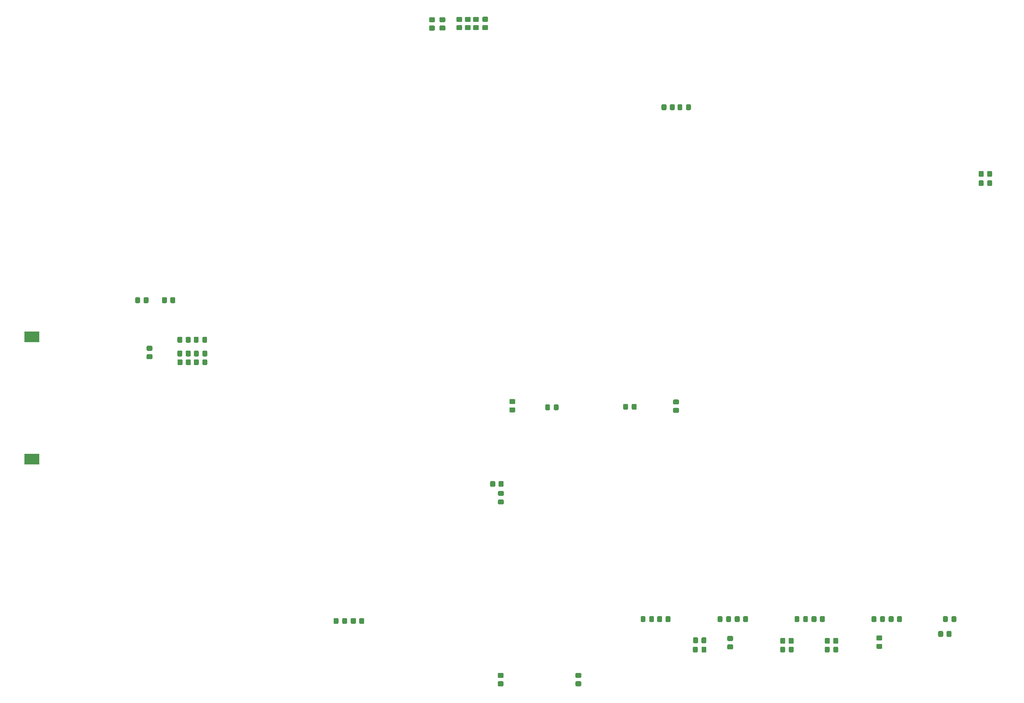
<source format=gtp>
G04 #@! TF.GenerationSoftware,KiCad,Pcbnew,(5.1.12)-1*
G04 #@! TF.CreationDate,2022-08-10T22:48:40-07:00*
G04 #@! TF.ProjectId,JBX16,4a425831-362e-46b6-9963-61645f706362,rev?*
G04 #@! TF.SameCoordinates,Original*
G04 #@! TF.FileFunction,Paste,Top*
G04 #@! TF.FilePolarity,Positive*
%FSLAX46Y46*%
G04 Gerber Fmt 4.6, Leading zero omitted, Abs format (unit mm)*
G04 Created by KiCad (PCBNEW (5.1.12)-1) date 2022-08-10 22:48:40*
%MOMM*%
%LPD*%
G01*
G04 APERTURE LIST*
%ADD10R,3.600000X2.600000*%
G04 APERTURE END LIST*
G36*
G01*
X176714999Y-204311200D02*
X177615001Y-204311200D01*
G75*
G02*
X177865000Y-204561199I0J-249999D01*
G01*
X177865000Y-205261201D01*
G75*
G02*
X177615001Y-205511200I-249999J0D01*
G01*
X176714999Y-205511200D01*
G75*
G02*
X176465000Y-205261201I0J249999D01*
G01*
X176465000Y-204561199D01*
G75*
G02*
X176714999Y-204311200I249999J0D01*
G01*
G37*
G36*
G01*
X176714999Y-202311200D02*
X177615001Y-202311200D01*
G75*
G02*
X177865000Y-202561199I0J-249999D01*
G01*
X177865000Y-203261201D01*
G75*
G02*
X177615001Y-203511200I-249999J0D01*
G01*
X176714999Y-203511200D01*
G75*
G02*
X176465000Y-203261201I0J249999D01*
G01*
X176465000Y-202561199D01*
G75*
G02*
X176714999Y-202311200I249999J0D01*
G01*
G37*
G36*
G01*
X159022201Y-203511200D02*
X158122199Y-203511200D01*
G75*
G02*
X157872200Y-203261201I0J249999D01*
G01*
X157872200Y-202561199D01*
G75*
G02*
X158122199Y-202311200I249999J0D01*
G01*
X159022201Y-202311200D01*
G75*
G02*
X159272200Y-202561199I0J-249999D01*
G01*
X159272200Y-203261201D01*
G75*
G02*
X159022201Y-203511200I-249999J0D01*
G01*
G37*
G36*
G01*
X159022201Y-205511200D02*
X158122199Y-205511200D01*
G75*
G02*
X157872200Y-205261201I0J249999D01*
G01*
X157872200Y-204561199D01*
G75*
G02*
X158122199Y-204311200I249999J0D01*
G01*
X159022201Y-204311200D01*
G75*
G02*
X159272200Y-204561199I0J-249999D01*
G01*
X159272200Y-205261201D01*
G75*
G02*
X159022201Y-205511200I-249999J0D01*
G01*
G37*
G36*
G01*
X237344000Y-194177499D02*
X237344000Y-195077501D01*
G75*
G02*
X237094001Y-195327500I-249999J0D01*
G01*
X236393999Y-195327500D01*
G75*
G02*
X236144000Y-195077501I0J249999D01*
G01*
X236144000Y-194177499D01*
G75*
G02*
X236393999Y-193927500I249999J0D01*
G01*
X237094001Y-193927500D01*
G75*
G02*
X237344000Y-194177499I0J-249999D01*
G01*
G37*
G36*
G01*
X239344000Y-194177499D02*
X239344000Y-195077501D01*
G75*
G02*
X239094001Y-195327500I-249999J0D01*
G01*
X238393999Y-195327500D01*
G75*
G02*
X238144000Y-195077501I0J249999D01*
G01*
X238144000Y-194177499D01*
G75*
G02*
X238393999Y-193927500I249999J0D01*
G01*
X239094001Y-193927500D01*
G75*
G02*
X239344000Y-194177499I0J-249999D01*
G01*
G37*
G36*
G01*
X249624001Y-194545000D02*
X248723999Y-194545000D01*
G75*
G02*
X248474000Y-194295001I0J249999D01*
G01*
X248474000Y-193594999D01*
G75*
G02*
X248723999Y-193345000I249999J0D01*
G01*
X249624001Y-193345000D01*
G75*
G02*
X249874000Y-193594999I0J-249999D01*
G01*
X249874000Y-194295001D01*
G75*
G02*
X249624001Y-194545000I-249999J0D01*
G01*
G37*
G36*
G01*
X249624001Y-196545000D02*
X248723999Y-196545000D01*
G75*
G02*
X248474000Y-196295001I0J249999D01*
G01*
X248474000Y-195594999D01*
G75*
G02*
X248723999Y-195345000I249999J0D01*
G01*
X249624001Y-195345000D01*
G75*
G02*
X249874000Y-195594999I0J-249999D01*
G01*
X249874000Y-196295001D01*
G75*
G02*
X249624001Y-196545000I-249999J0D01*
G01*
G37*
G36*
G01*
X237277600Y-196272999D02*
X237277600Y-197173001D01*
G75*
G02*
X237027601Y-197423000I-249999J0D01*
G01*
X236377599Y-197423000D01*
G75*
G02*
X236127600Y-197173001I0J249999D01*
G01*
X236127600Y-196272999D01*
G75*
G02*
X236377599Y-196023000I249999J0D01*
G01*
X237027601Y-196023000D01*
G75*
G02*
X237277600Y-196272999I0J-249999D01*
G01*
G37*
G36*
G01*
X239327600Y-196272999D02*
X239327600Y-197173001D01*
G75*
G02*
X239077601Y-197423000I-249999J0D01*
G01*
X238427599Y-197423000D01*
G75*
G02*
X238177600Y-197173001I0J249999D01*
G01*
X238177600Y-196272999D01*
G75*
G02*
X238427599Y-196023000I249999J0D01*
G01*
X239077601Y-196023000D01*
G75*
G02*
X239327600Y-196272999I0J-249999D01*
G01*
G37*
G36*
G01*
X202042500Y-66351999D02*
X202042500Y-67252001D01*
G75*
G02*
X201792501Y-67502000I-249999J0D01*
G01*
X201142499Y-67502000D01*
G75*
G02*
X200892500Y-67252001I0J249999D01*
G01*
X200892500Y-66351999D01*
G75*
G02*
X201142499Y-66102000I249999J0D01*
G01*
X201792501Y-66102000D01*
G75*
G02*
X202042500Y-66351999I0J-249999D01*
G01*
G37*
G36*
G01*
X204092500Y-66351999D02*
X204092500Y-67252001D01*
G75*
G02*
X203842501Y-67502000I-249999J0D01*
G01*
X203192499Y-67502000D01*
G75*
G02*
X202942500Y-67252001I0J249999D01*
G01*
X202942500Y-66351999D01*
G75*
G02*
X203192499Y-66102000I249999J0D01*
G01*
X203842501Y-66102000D01*
G75*
G02*
X204092500Y-66351999I0J-249999D01*
G01*
G37*
G36*
G01*
X152203999Y-47152000D02*
X153104001Y-47152000D01*
G75*
G02*
X153354000Y-47401999I0J-249999D01*
G01*
X153354000Y-48102001D01*
G75*
G02*
X153104001Y-48352000I-249999J0D01*
G01*
X152203999Y-48352000D01*
G75*
G02*
X151954000Y-48102001I0J249999D01*
G01*
X151954000Y-47401999D01*
G75*
G02*
X152203999Y-47152000I249999J0D01*
G01*
G37*
G36*
G01*
X152203999Y-45152000D02*
X153104001Y-45152000D01*
G75*
G02*
X153354000Y-45401999I0J-249999D01*
G01*
X153354000Y-46102001D01*
G75*
G02*
X153104001Y-46352000I-249999J0D01*
G01*
X152203999Y-46352000D01*
G75*
G02*
X151954000Y-46102001I0J249999D01*
G01*
X151954000Y-45401999D01*
G75*
G02*
X152203999Y-45152000I249999J0D01*
G01*
G37*
G36*
G01*
X150248199Y-47145400D02*
X151148201Y-47145400D01*
G75*
G02*
X151398200Y-47395399I0J-249999D01*
G01*
X151398200Y-48095401D01*
G75*
G02*
X151148201Y-48345400I-249999J0D01*
G01*
X150248199Y-48345400D01*
G75*
G02*
X149998200Y-48095401I0J249999D01*
G01*
X149998200Y-47395399D01*
G75*
G02*
X150248199Y-47145400I249999J0D01*
G01*
G37*
G36*
G01*
X150248199Y-45145400D02*
X151148201Y-45145400D01*
G75*
G02*
X151398200Y-45395399I0J-249999D01*
G01*
X151398200Y-46095401D01*
G75*
G02*
X151148201Y-46345400I-249999J0D01*
G01*
X150248199Y-46345400D01*
G75*
G02*
X149998200Y-46095401I0J249999D01*
G01*
X149998200Y-45395399D01*
G75*
G02*
X150248199Y-45145400I249999J0D01*
G01*
G37*
G36*
G01*
X155313801Y-46336000D02*
X154413799Y-46336000D01*
G75*
G02*
X154163800Y-46086001I0J249999D01*
G01*
X154163800Y-45385999D01*
G75*
G02*
X154413799Y-45136000I249999J0D01*
G01*
X155313801Y-45136000D01*
G75*
G02*
X155563800Y-45385999I0J-249999D01*
G01*
X155563800Y-46086001D01*
G75*
G02*
X155313801Y-46336000I-249999J0D01*
G01*
G37*
G36*
G01*
X155313801Y-48336000D02*
X154413799Y-48336000D01*
G75*
G02*
X154163800Y-48086001I0J249999D01*
G01*
X154163800Y-47385999D01*
G75*
G02*
X154413799Y-47136000I249999J0D01*
G01*
X155313801Y-47136000D01*
G75*
G02*
X155563800Y-47385999I0J-249999D01*
G01*
X155563800Y-48086001D01*
G75*
G02*
X155313801Y-48336000I-249999J0D01*
G01*
G37*
G36*
G01*
X148216199Y-47145400D02*
X149116201Y-47145400D01*
G75*
G02*
X149366200Y-47395399I0J-249999D01*
G01*
X149366200Y-48095401D01*
G75*
G02*
X149116201Y-48345400I-249999J0D01*
G01*
X148216199Y-48345400D01*
G75*
G02*
X147966200Y-48095401I0J249999D01*
G01*
X147966200Y-47395399D01*
G75*
G02*
X148216199Y-47145400I249999J0D01*
G01*
G37*
G36*
G01*
X148216199Y-45145400D02*
X149116201Y-45145400D01*
G75*
G02*
X149366200Y-45395399I0J-249999D01*
G01*
X149366200Y-46095401D01*
G75*
G02*
X149116201Y-46345400I-249999J0D01*
G01*
X148216199Y-46345400D01*
G75*
G02*
X147966200Y-46095401I0J249999D01*
G01*
X147966200Y-45395399D01*
G75*
G02*
X148216199Y-45145400I249999J0D01*
G01*
G37*
G36*
G01*
X144177599Y-47237600D02*
X145077601Y-47237600D01*
G75*
G02*
X145327600Y-47487599I0J-249999D01*
G01*
X145327600Y-48187601D01*
G75*
G02*
X145077601Y-48437600I-249999J0D01*
G01*
X144177599Y-48437600D01*
G75*
G02*
X143927600Y-48187601I0J249999D01*
G01*
X143927600Y-47487599D01*
G75*
G02*
X144177599Y-47237600I249999J0D01*
G01*
G37*
G36*
G01*
X144177599Y-45237600D02*
X145077601Y-45237600D01*
G75*
G02*
X145327600Y-45487599I0J-249999D01*
G01*
X145327600Y-46187601D01*
G75*
G02*
X145077601Y-46437600I-249999J0D01*
G01*
X144177599Y-46437600D01*
G75*
G02*
X143927600Y-46187601I0J249999D01*
G01*
X143927600Y-45487599D01*
G75*
G02*
X144177599Y-45237600I249999J0D01*
G01*
G37*
G36*
G01*
X141688399Y-47247000D02*
X142588401Y-47247000D01*
G75*
G02*
X142838400Y-47496999I0J-249999D01*
G01*
X142838400Y-48197001D01*
G75*
G02*
X142588401Y-48447000I-249999J0D01*
G01*
X141688399Y-48447000D01*
G75*
G02*
X141438400Y-48197001I0J249999D01*
G01*
X141438400Y-47496999D01*
G75*
G02*
X141688399Y-47247000I249999J0D01*
G01*
G37*
G36*
G01*
X141688399Y-45247000D02*
X142588401Y-45247000D01*
G75*
G02*
X142838400Y-45496999I0J-249999D01*
G01*
X142838400Y-46197001D01*
G75*
G02*
X142588401Y-46447000I-249999J0D01*
G01*
X141688399Y-46447000D01*
G75*
G02*
X141438400Y-46197001I0J249999D01*
G01*
X141438400Y-45496999D01*
G75*
G02*
X141688399Y-45247000I249999J0D01*
G01*
G37*
G36*
G01*
X199044000Y-67252001D02*
X199044000Y-66351999D01*
G75*
G02*
X199293999Y-66102000I249999J0D01*
G01*
X199994001Y-66102000D01*
G75*
G02*
X200244000Y-66351999I0J-249999D01*
G01*
X200244000Y-67252001D01*
G75*
G02*
X199994001Y-67502000I-249999J0D01*
G01*
X199293999Y-67502000D01*
G75*
G02*
X199044000Y-67252001I0J249999D01*
G01*
G37*
G36*
G01*
X197044000Y-67252001D02*
X197044000Y-66351999D01*
G75*
G02*
X197293999Y-66102000I249999J0D01*
G01*
X197994001Y-66102000D01*
G75*
G02*
X198244000Y-66351999I0J-249999D01*
G01*
X198244000Y-67252001D01*
G75*
G02*
X197994001Y-67502000I-249999J0D01*
G01*
X197293999Y-67502000D01*
G75*
G02*
X197044000Y-67252001I0J249999D01*
G01*
G37*
G36*
G01*
X78711600Y-112579999D02*
X78711600Y-113480001D01*
G75*
G02*
X78461601Y-113730000I-249999J0D01*
G01*
X77761599Y-113730000D01*
G75*
G02*
X77511600Y-113480001I0J249999D01*
G01*
X77511600Y-112579999D01*
G75*
G02*
X77761599Y-112330000I249999J0D01*
G01*
X78461601Y-112330000D01*
G75*
G02*
X78711600Y-112579999I0J-249999D01*
G01*
G37*
G36*
G01*
X80711600Y-112579999D02*
X80711600Y-113480001D01*
G75*
G02*
X80461601Y-113730000I-249999J0D01*
G01*
X79761599Y-113730000D01*
G75*
G02*
X79511600Y-113480001I0J249999D01*
G01*
X79511600Y-112579999D01*
G75*
G02*
X79761599Y-112330000I249999J0D01*
G01*
X80461601Y-112330000D01*
G75*
G02*
X80711600Y-112579999I0J-249999D01*
G01*
G37*
G36*
G01*
X82407300Y-122054199D02*
X82407300Y-122954201D01*
G75*
G02*
X82157301Y-123204200I-249999J0D01*
G01*
X81457299Y-123204200D01*
G75*
G02*
X81207300Y-122954201I0J249999D01*
G01*
X81207300Y-122054199D01*
G75*
G02*
X81457299Y-121804200I249999J0D01*
G01*
X82157301Y-121804200D01*
G75*
G02*
X82407300Y-122054199I0J-249999D01*
G01*
G37*
G36*
G01*
X84407300Y-122054199D02*
X84407300Y-122954201D01*
G75*
G02*
X84157301Y-123204200I-249999J0D01*
G01*
X83457299Y-123204200D01*
G75*
G02*
X83207300Y-122954201I0J249999D01*
G01*
X83207300Y-122054199D01*
G75*
G02*
X83457299Y-121804200I249999J0D01*
G01*
X84157301Y-121804200D01*
G75*
G02*
X84407300Y-122054199I0J-249999D01*
G01*
G37*
G36*
G01*
X72310800Y-112579999D02*
X72310800Y-113480001D01*
G75*
G02*
X72060801Y-113730000I-249999J0D01*
G01*
X71360799Y-113730000D01*
G75*
G02*
X71110800Y-113480001I0J249999D01*
G01*
X71110800Y-112579999D01*
G75*
G02*
X71360799Y-112330000I249999J0D01*
G01*
X72060801Y-112330000D01*
G75*
G02*
X72310800Y-112579999I0J-249999D01*
G01*
G37*
G36*
G01*
X74310800Y-112579999D02*
X74310800Y-113480001D01*
G75*
G02*
X74060801Y-113730000I-249999J0D01*
G01*
X73360799Y-113730000D01*
G75*
G02*
X73110800Y-113480001I0J249999D01*
G01*
X73110800Y-112579999D01*
G75*
G02*
X73360799Y-112330000I249999J0D01*
G01*
X74060801Y-112330000D01*
G75*
G02*
X74310800Y-112579999I0J-249999D01*
G01*
G37*
G36*
G01*
X82400700Y-125356199D02*
X82400700Y-126256201D01*
G75*
G02*
X82150701Y-126506200I-249999J0D01*
G01*
X81450699Y-126506200D01*
G75*
G02*
X81200700Y-126256201I0J249999D01*
G01*
X81200700Y-125356199D01*
G75*
G02*
X81450699Y-125106200I249999J0D01*
G01*
X82150701Y-125106200D01*
G75*
G02*
X82400700Y-125356199I0J-249999D01*
G01*
G37*
G36*
G01*
X84400700Y-125356199D02*
X84400700Y-126256201D01*
G75*
G02*
X84150701Y-126506200I-249999J0D01*
G01*
X83450699Y-126506200D01*
G75*
G02*
X83200700Y-126256201I0J249999D01*
G01*
X83200700Y-125356199D01*
G75*
G02*
X83450699Y-125106200I249999J0D01*
G01*
X84150701Y-125106200D01*
G75*
G02*
X84400700Y-125356199I0J-249999D01*
G01*
G37*
G36*
G01*
X74098999Y-125961600D02*
X74999001Y-125961600D01*
G75*
G02*
X75249000Y-126211599I0J-249999D01*
G01*
X75249000Y-126911601D01*
G75*
G02*
X74999001Y-127161600I-249999J0D01*
G01*
X74098999Y-127161600D01*
G75*
G02*
X73849000Y-126911601I0J249999D01*
G01*
X73849000Y-126211599D01*
G75*
G02*
X74098999Y-125961600I249999J0D01*
G01*
G37*
G36*
G01*
X74098999Y-123961600D02*
X74999001Y-123961600D01*
G75*
G02*
X75249000Y-124211599I0J-249999D01*
G01*
X75249000Y-124911601D01*
G75*
G02*
X74999001Y-125161600I-249999J0D01*
G01*
X74098999Y-125161600D01*
G75*
G02*
X73849000Y-124911601I0J249999D01*
G01*
X73849000Y-124211599D01*
G75*
G02*
X74098999Y-123961600I249999J0D01*
G01*
G37*
G36*
G01*
X82432700Y-127438999D02*
X82432700Y-128339001D01*
G75*
G02*
X82182701Y-128589000I-249999J0D01*
G01*
X81482699Y-128589000D01*
G75*
G02*
X81232700Y-128339001I0J249999D01*
G01*
X81232700Y-127438999D01*
G75*
G02*
X81482699Y-127189000I249999J0D01*
G01*
X82182701Y-127189000D01*
G75*
G02*
X82432700Y-127438999I0J-249999D01*
G01*
G37*
G36*
G01*
X84432700Y-127438999D02*
X84432700Y-128339001D01*
G75*
G02*
X84182701Y-128589000I-249999J0D01*
G01*
X83482699Y-128589000D01*
G75*
G02*
X83232700Y-128339001I0J249999D01*
G01*
X83232700Y-127438999D01*
G75*
G02*
X83482699Y-127189000I249999J0D01*
G01*
X84182701Y-127189000D01*
G75*
G02*
X84432700Y-127438999I0J-249999D01*
G01*
G37*
G36*
G01*
X86287300Y-122054199D02*
X86287300Y-122954201D01*
G75*
G02*
X86037301Y-123204200I-249999J0D01*
G01*
X85387299Y-123204200D01*
G75*
G02*
X85137300Y-122954201I0J249999D01*
G01*
X85137300Y-122054199D01*
G75*
G02*
X85387299Y-121804200I249999J0D01*
G01*
X86037301Y-121804200D01*
G75*
G02*
X86287300Y-122054199I0J-249999D01*
G01*
G37*
G36*
G01*
X88337300Y-122054199D02*
X88337300Y-122954201D01*
G75*
G02*
X88087301Y-123204200I-249999J0D01*
G01*
X87437299Y-123204200D01*
G75*
G02*
X87187300Y-122954201I0J249999D01*
G01*
X87187300Y-122054199D01*
G75*
G02*
X87437299Y-121804200I249999J0D01*
G01*
X88087301Y-121804200D01*
G75*
G02*
X88337300Y-122054199I0J-249999D01*
G01*
G37*
G36*
G01*
X86312700Y-125356199D02*
X86312700Y-126256201D01*
G75*
G02*
X86062701Y-126506200I-249999J0D01*
G01*
X85412699Y-126506200D01*
G75*
G02*
X85162700Y-126256201I0J249999D01*
G01*
X85162700Y-125356199D01*
G75*
G02*
X85412699Y-125106200I249999J0D01*
G01*
X86062701Y-125106200D01*
G75*
G02*
X86312700Y-125356199I0J-249999D01*
G01*
G37*
G36*
G01*
X88362700Y-125356199D02*
X88362700Y-126256201D01*
G75*
G02*
X88112701Y-126506200I-249999J0D01*
G01*
X87462699Y-126506200D01*
G75*
G02*
X87212700Y-126256201I0J249999D01*
G01*
X87212700Y-125356199D01*
G75*
G02*
X87462699Y-125106200I249999J0D01*
G01*
X88112701Y-125106200D01*
G75*
G02*
X88362700Y-125356199I0J-249999D01*
G01*
G37*
G36*
G01*
X86312700Y-127438999D02*
X86312700Y-128339001D01*
G75*
G02*
X86062701Y-128589000I-249999J0D01*
G01*
X85412699Y-128589000D01*
G75*
G02*
X85162700Y-128339001I0J249999D01*
G01*
X85162700Y-127438999D01*
G75*
G02*
X85412699Y-127189000I249999J0D01*
G01*
X86062701Y-127189000D01*
G75*
G02*
X86312700Y-127438999I0J-249999D01*
G01*
G37*
G36*
G01*
X88362700Y-127438999D02*
X88362700Y-128339001D01*
G75*
G02*
X88112701Y-128589000I-249999J0D01*
G01*
X87462699Y-128589000D01*
G75*
G02*
X87212700Y-128339001I0J249999D01*
G01*
X87212700Y-127438999D01*
G75*
G02*
X87462699Y-127189000I249999J0D01*
G01*
X88112701Y-127189000D01*
G75*
G02*
X88362700Y-127438999I0J-249999D01*
G01*
G37*
D10*
X46405800Y-151098800D03*
X46405800Y-121798800D03*
G36*
G01*
X213036999Y-195472000D02*
X213937001Y-195472000D01*
G75*
G02*
X214187000Y-195721999I0J-249999D01*
G01*
X214187000Y-196422001D01*
G75*
G02*
X213937001Y-196672000I-249999J0D01*
G01*
X213036999Y-196672000D01*
G75*
G02*
X212787000Y-196422001I0J249999D01*
G01*
X212787000Y-195721999D01*
G75*
G02*
X213036999Y-195472000I249999J0D01*
G01*
G37*
G36*
G01*
X213036999Y-193472000D02*
X213937001Y-193472000D01*
G75*
G02*
X214187000Y-193721999I0J-249999D01*
G01*
X214187000Y-194422001D01*
G75*
G02*
X213937001Y-194672000I-249999J0D01*
G01*
X213036999Y-194672000D01*
G75*
G02*
X212787000Y-194422001I0J249999D01*
G01*
X212787000Y-193721999D01*
G75*
G02*
X213036999Y-193472000I249999J0D01*
G01*
G37*
G36*
G01*
X226676000Y-194177499D02*
X226676000Y-195077501D01*
G75*
G02*
X226426001Y-195327500I-249999J0D01*
G01*
X225725999Y-195327500D01*
G75*
G02*
X225476000Y-195077501I0J249999D01*
G01*
X225476000Y-194177499D01*
G75*
G02*
X225725999Y-193927500I249999J0D01*
G01*
X226426001Y-193927500D01*
G75*
G02*
X226676000Y-194177499I0J-249999D01*
G01*
G37*
G36*
G01*
X228676000Y-194177499D02*
X228676000Y-195077501D01*
G75*
G02*
X228426001Y-195327500I-249999J0D01*
G01*
X227725999Y-195327500D01*
G75*
G02*
X227476000Y-195077501I0J249999D01*
G01*
X227476000Y-194177499D01*
G75*
G02*
X227725999Y-193927500I249999J0D01*
G01*
X228426001Y-193927500D01*
G75*
G02*
X228676000Y-194177499I0J-249999D01*
G01*
G37*
G36*
G01*
X226626000Y-196272999D02*
X226626000Y-197173001D01*
G75*
G02*
X226376001Y-197423000I-249999J0D01*
G01*
X225725999Y-197423000D01*
G75*
G02*
X225476000Y-197173001I0J249999D01*
G01*
X225476000Y-196272999D01*
G75*
G02*
X225725999Y-196023000I249999J0D01*
G01*
X226376001Y-196023000D01*
G75*
G02*
X226626000Y-196272999I0J-249999D01*
G01*
G37*
G36*
G01*
X228676000Y-196272999D02*
X228676000Y-197173001D01*
G75*
G02*
X228426001Y-197423000I-249999J0D01*
G01*
X227775999Y-197423000D01*
G75*
G02*
X227526000Y-197173001I0J249999D01*
G01*
X227526000Y-196272999D01*
G75*
G02*
X227775999Y-196023000I249999J0D01*
G01*
X228426001Y-196023000D01*
G75*
G02*
X228676000Y-196272999I0J-249999D01*
G01*
G37*
G36*
G01*
X205800500Y-194050499D02*
X205800500Y-194950501D01*
G75*
G02*
X205550501Y-195200500I-249999J0D01*
G01*
X204850499Y-195200500D01*
G75*
G02*
X204600500Y-194950501I0J249999D01*
G01*
X204600500Y-194050499D01*
G75*
G02*
X204850499Y-193800500I249999J0D01*
G01*
X205550501Y-193800500D01*
G75*
G02*
X205800500Y-194050499I0J-249999D01*
G01*
G37*
G36*
G01*
X207800500Y-194050499D02*
X207800500Y-194950501D01*
G75*
G02*
X207550501Y-195200500I-249999J0D01*
G01*
X206850499Y-195200500D01*
G75*
G02*
X206600500Y-194950501I0J249999D01*
G01*
X206600500Y-194050499D01*
G75*
G02*
X206850499Y-193800500I249999J0D01*
G01*
X207550501Y-193800500D01*
G75*
G02*
X207800500Y-194050499I0J-249999D01*
G01*
G37*
G36*
G01*
X274958000Y-83228601D02*
X274958000Y-82328599D01*
G75*
G02*
X275207999Y-82078600I249999J0D01*
G01*
X275908001Y-82078600D01*
G75*
G02*
X276158000Y-82328599I0J-249999D01*
G01*
X276158000Y-83228601D01*
G75*
G02*
X275908001Y-83478600I-249999J0D01*
G01*
X275207999Y-83478600D01*
G75*
G02*
X274958000Y-83228601I0J249999D01*
G01*
G37*
G36*
G01*
X272958000Y-83228601D02*
X272958000Y-82328599D01*
G75*
G02*
X273207999Y-82078600I249999J0D01*
G01*
X273908001Y-82078600D01*
G75*
G02*
X274158000Y-82328599I0J-249999D01*
G01*
X274158000Y-83228601D01*
G75*
G02*
X273908001Y-83478600I-249999J0D01*
G01*
X273207999Y-83478600D01*
G75*
G02*
X272958000Y-83228601I0J249999D01*
G01*
G37*
G36*
G01*
X123917000Y-189414999D02*
X123917000Y-190315001D01*
G75*
G02*
X123667001Y-190565000I-249999J0D01*
G01*
X122966999Y-190565000D01*
G75*
G02*
X122717000Y-190315001I0J249999D01*
G01*
X122717000Y-189414999D01*
G75*
G02*
X122966999Y-189165000I249999J0D01*
G01*
X123667001Y-189165000D01*
G75*
G02*
X123917000Y-189414999I0J-249999D01*
G01*
G37*
G36*
G01*
X125917000Y-189414999D02*
X125917000Y-190315001D01*
G75*
G02*
X125667001Y-190565000I-249999J0D01*
G01*
X124966999Y-190565000D01*
G75*
G02*
X124717000Y-190315001I0J249999D01*
G01*
X124717000Y-189414999D01*
G75*
G02*
X124966999Y-189165000I249999J0D01*
G01*
X125667001Y-189165000D01*
G75*
G02*
X125917000Y-189414999I0J-249999D01*
G01*
G37*
G36*
G01*
X161803501Y-137903000D02*
X160903499Y-137903000D01*
G75*
G02*
X160653500Y-137653001I0J249999D01*
G01*
X160653500Y-136952999D01*
G75*
G02*
X160903499Y-136703000I249999J0D01*
G01*
X161803501Y-136703000D01*
G75*
G02*
X162053500Y-136952999I0J-249999D01*
G01*
X162053500Y-137653001D01*
G75*
G02*
X161803501Y-137903000I-249999J0D01*
G01*
G37*
G36*
G01*
X161803501Y-139903000D02*
X160903499Y-139903000D01*
G75*
G02*
X160653500Y-139653001I0J249999D01*
G01*
X160653500Y-138952999D01*
G75*
G02*
X160903499Y-138703000I249999J0D01*
G01*
X161803501Y-138703000D01*
G75*
G02*
X162053500Y-138952999I0J-249999D01*
G01*
X162053500Y-139653001D01*
G75*
G02*
X161803501Y-139903000I-249999J0D01*
G01*
G37*
G36*
G01*
X200983001Y-138014000D02*
X200082999Y-138014000D01*
G75*
G02*
X199833000Y-137764001I0J249999D01*
G01*
X199833000Y-137063999D01*
G75*
G02*
X200082999Y-136814000I249999J0D01*
G01*
X200983001Y-136814000D01*
G75*
G02*
X201233000Y-137063999I0J-249999D01*
G01*
X201233000Y-137764001D01*
G75*
G02*
X200983001Y-138014000I-249999J0D01*
G01*
G37*
G36*
G01*
X200983001Y-140014000D02*
X200082999Y-140014000D01*
G75*
G02*
X199833000Y-139764001I0J249999D01*
G01*
X199833000Y-139063999D01*
G75*
G02*
X200082999Y-138814000I249999J0D01*
G01*
X200983001Y-138814000D01*
G75*
G02*
X201233000Y-139063999I0J-249999D01*
G01*
X201233000Y-139764001D01*
G75*
G02*
X200983001Y-140014000I-249999J0D01*
G01*
G37*
G36*
G01*
X265258500Y-193426501D02*
X265258500Y-192526499D01*
G75*
G02*
X265508499Y-192276500I249999J0D01*
G01*
X266208501Y-192276500D01*
G75*
G02*
X266458500Y-192526499I0J-249999D01*
G01*
X266458500Y-193426501D01*
G75*
G02*
X266208501Y-193676500I-249999J0D01*
G01*
X265508499Y-193676500D01*
G75*
G02*
X265258500Y-193426501I0J249999D01*
G01*
G37*
G36*
G01*
X263258500Y-193426501D02*
X263258500Y-192526499D01*
G75*
G02*
X263508499Y-192276500I249999J0D01*
G01*
X264208501Y-192276500D01*
G75*
G02*
X264458500Y-192526499I0J-249999D01*
G01*
X264458500Y-193426501D01*
G75*
G02*
X264208501Y-193676500I-249999J0D01*
G01*
X263508499Y-193676500D01*
G75*
G02*
X263258500Y-193426501I0J249999D01*
G01*
G37*
G36*
G01*
X252600000Y-188970499D02*
X252600000Y-189870501D01*
G75*
G02*
X252350001Y-190120500I-249999J0D01*
G01*
X251649999Y-190120500D01*
G75*
G02*
X251400000Y-189870501I0J249999D01*
G01*
X251400000Y-188970499D01*
G75*
G02*
X251649999Y-188720500I249999J0D01*
G01*
X252350001Y-188720500D01*
G75*
G02*
X252600000Y-188970499I0J-249999D01*
G01*
G37*
G36*
G01*
X254600000Y-188970499D02*
X254600000Y-189870501D01*
G75*
G02*
X254350001Y-190120500I-249999J0D01*
G01*
X253649999Y-190120500D01*
G75*
G02*
X253400000Y-189870501I0J249999D01*
G01*
X253400000Y-188970499D01*
G75*
G02*
X253649999Y-188720500I249999J0D01*
G01*
X254350001Y-188720500D01*
G75*
G02*
X254600000Y-188970499I0J-249999D01*
G01*
G37*
G36*
G01*
X234153000Y-188970499D02*
X234153000Y-189870501D01*
G75*
G02*
X233903001Y-190120500I-249999J0D01*
G01*
X233202999Y-190120500D01*
G75*
G02*
X232953000Y-189870501I0J249999D01*
G01*
X232953000Y-188970499D01*
G75*
G02*
X233202999Y-188720500I249999J0D01*
G01*
X233903001Y-188720500D01*
G75*
G02*
X234153000Y-188970499I0J-249999D01*
G01*
G37*
G36*
G01*
X236153000Y-188970499D02*
X236153000Y-189870501D01*
G75*
G02*
X235903001Y-190120500I-249999J0D01*
G01*
X235202999Y-190120500D01*
G75*
G02*
X234953000Y-189870501I0J249999D01*
G01*
X234953000Y-188970499D01*
G75*
G02*
X235202999Y-188720500I249999J0D01*
G01*
X235903001Y-188720500D01*
G75*
G02*
X236153000Y-188970499I0J-249999D01*
G01*
G37*
G36*
G01*
X215770000Y-188970499D02*
X215770000Y-189870501D01*
G75*
G02*
X215520001Y-190120500I-249999J0D01*
G01*
X214819999Y-190120500D01*
G75*
G02*
X214570000Y-189870501I0J249999D01*
G01*
X214570000Y-188970499D01*
G75*
G02*
X214819999Y-188720500I249999J0D01*
G01*
X215520001Y-188720500D01*
G75*
G02*
X215770000Y-188970499I0J-249999D01*
G01*
G37*
G36*
G01*
X217770000Y-188970499D02*
X217770000Y-189870501D01*
G75*
G02*
X217520001Y-190120500I-249999J0D01*
G01*
X216819999Y-190120500D01*
G75*
G02*
X216570000Y-189870501I0J249999D01*
G01*
X216570000Y-188970499D01*
G75*
G02*
X216819999Y-188720500I249999J0D01*
G01*
X217520001Y-188720500D01*
G75*
G02*
X217770000Y-188970499I0J-249999D01*
G01*
G37*
G36*
G01*
X197212000Y-188970499D02*
X197212000Y-189870501D01*
G75*
G02*
X196962001Y-190120500I-249999J0D01*
G01*
X196261999Y-190120500D01*
G75*
G02*
X196012000Y-189870501I0J249999D01*
G01*
X196012000Y-188970499D01*
G75*
G02*
X196261999Y-188720500I249999J0D01*
G01*
X196962001Y-188720500D01*
G75*
G02*
X197212000Y-188970499I0J-249999D01*
G01*
G37*
G36*
G01*
X199212000Y-188970499D02*
X199212000Y-189870501D01*
G75*
G02*
X198962001Y-190120500I-249999J0D01*
G01*
X198261999Y-190120500D01*
G75*
G02*
X198012000Y-189870501I0J249999D01*
G01*
X198012000Y-188970499D01*
G75*
G02*
X198261999Y-188720500I249999J0D01*
G01*
X198962001Y-188720500D01*
G75*
G02*
X199212000Y-188970499I0J-249999D01*
G01*
G37*
G36*
G01*
X158070500Y-157485501D02*
X158070500Y-156585499D01*
G75*
G02*
X158320499Y-156335500I249999J0D01*
G01*
X159020501Y-156335500D01*
G75*
G02*
X159270500Y-156585499I0J-249999D01*
G01*
X159270500Y-157485501D01*
G75*
G02*
X159020501Y-157735500I-249999J0D01*
G01*
X158320499Y-157735500D01*
G75*
G02*
X158070500Y-157485501I0J249999D01*
G01*
G37*
G36*
G01*
X156070500Y-157485501D02*
X156070500Y-156585499D01*
G75*
G02*
X156320499Y-156335500I249999J0D01*
G01*
X157020501Y-156335500D01*
G75*
G02*
X157270500Y-156585499I0J-249999D01*
G01*
X157270500Y-157485501D01*
G75*
G02*
X157020501Y-157735500I-249999J0D01*
G01*
X156320499Y-157735500D01*
G75*
G02*
X156070500Y-157485501I0J249999D01*
G01*
G37*
G36*
G01*
X205725500Y-196272999D02*
X205725500Y-197173001D01*
G75*
G02*
X205475501Y-197423000I-249999J0D01*
G01*
X204825499Y-197423000D01*
G75*
G02*
X204575500Y-197173001I0J249999D01*
G01*
X204575500Y-196272999D01*
G75*
G02*
X204825499Y-196023000I249999J0D01*
G01*
X205475501Y-196023000D01*
G75*
G02*
X205725500Y-196272999I0J-249999D01*
G01*
G37*
G36*
G01*
X207775500Y-196272999D02*
X207775500Y-197173001D01*
G75*
G02*
X207525501Y-197423000I-249999J0D01*
G01*
X206875499Y-197423000D01*
G75*
G02*
X206625500Y-197173001I0J249999D01*
G01*
X206625500Y-196272999D01*
G75*
G02*
X206875499Y-196023000I249999J0D01*
G01*
X207525501Y-196023000D01*
G75*
G02*
X207775500Y-196272999I0J-249999D01*
G01*
G37*
G36*
G01*
X275015000Y-85438401D02*
X275015000Y-84538399D01*
G75*
G02*
X275264999Y-84288400I249999J0D01*
G01*
X275915001Y-84288400D01*
G75*
G02*
X276165000Y-84538399I0J-249999D01*
G01*
X276165000Y-85438401D01*
G75*
G02*
X275915001Y-85688400I-249999J0D01*
G01*
X275264999Y-85688400D01*
G75*
G02*
X275015000Y-85438401I0J249999D01*
G01*
G37*
G36*
G01*
X272965000Y-85438401D02*
X272965000Y-84538399D01*
G75*
G02*
X273214999Y-84288400I249999J0D01*
G01*
X273865001Y-84288400D01*
G75*
G02*
X274115000Y-84538399I0J-249999D01*
G01*
X274115000Y-85438401D01*
G75*
G02*
X273865001Y-85688400I-249999J0D01*
G01*
X273214999Y-85688400D01*
G75*
G02*
X272965000Y-85438401I0J249999D01*
G01*
G37*
G36*
G01*
X120655500Y-190315001D02*
X120655500Y-189414999D01*
G75*
G02*
X120905499Y-189165000I249999J0D01*
G01*
X121555501Y-189165000D01*
G75*
G02*
X121805500Y-189414999I0J-249999D01*
G01*
X121805500Y-190315001D01*
G75*
G02*
X121555501Y-190565000I-249999J0D01*
G01*
X120905499Y-190565000D01*
G75*
G02*
X120655500Y-190315001I0J249999D01*
G01*
G37*
G36*
G01*
X118605500Y-190315001D02*
X118605500Y-189414999D01*
G75*
G02*
X118855499Y-189165000I249999J0D01*
G01*
X119505501Y-189165000D01*
G75*
G02*
X119755500Y-189414999I0J-249999D01*
G01*
X119755500Y-190315001D01*
G75*
G02*
X119505501Y-190565000I-249999J0D01*
G01*
X118855499Y-190565000D01*
G75*
G02*
X118605500Y-190315001I0J249999D01*
G01*
G37*
G36*
G01*
X170374000Y-138233999D02*
X170374000Y-139134001D01*
G75*
G02*
X170124001Y-139384000I-249999J0D01*
G01*
X169473999Y-139384000D01*
G75*
G02*
X169224000Y-139134001I0J249999D01*
G01*
X169224000Y-138233999D01*
G75*
G02*
X169473999Y-137984000I249999J0D01*
G01*
X170124001Y-137984000D01*
G75*
G02*
X170374000Y-138233999I0J-249999D01*
G01*
G37*
G36*
G01*
X172424000Y-138233999D02*
X172424000Y-139134001D01*
G75*
G02*
X172174001Y-139384000I-249999J0D01*
G01*
X171523999Y-139384000D01*
G75*
G02*
X171274000Y-139134001I0J249999D01*
G01*
X171274000Y-138233999D01*
G75*
G02*
X171523999Y-137984000I249999J0D01*
G01*
X172174001Y-137984000D01*
G75*
G02*
X172424000Y-138233999I0J-249999D01*
G01*
G37*
G36*
G01*
X189943000Y-139007001D02*
X189943000Y-138106999D01*
G75*
G02*
X190192999Y-137857000I249999J0D01*
G01*
X190843001Y-137857000D01*
G75*
G02*
X191093000Y-138106999I0J-249999D01*
G01*
X191093000Y-139007001D01*
G75*
G02*
X190843001Y-139257000I-249999J0D01*
G01*
X190192999Y-139257000D01*
G75*
G02*
X189943000Y-139007001I0J249999D01*
G01*
G37*
G36*
G01*
X187893000Y-139007001D02*
X187893000Y-138106999D01*
G75*
G02*
X188142999Y-137857000I249999J0D01*
G01*
X188793001Y-137857000D01*
G75*
G02*
X189043000Y-138106999I0J-249999D01*
G01*
X189043000Y-139007001D01*
G75*
G02*
X188793001Y-139257000I-249999J0D01*
G01*
X188142999Y-139257000D01*
G75*
G02*
X187893000Y-139007001I0J249999D01*
G01*
G37*
G36*
G01*
X266451500Y-189870501D02*
X266451500Y-188970499D01*
G75*
G02*
X266701499Y-188720500I249999J0D01*
G01*
X267351501Y-188720500D01*
G75*
G02*
X267601500Y-188970499I0J-249999D01*
G01*
X267601500Y-189870501D01*
G75*
G02*
X267351501Y-190120500I-249999J0D01*
G01*
X266701499Y-190120500D01*
G75*
G02*
X266451500Y-189870501I0J249999D01*
G01*
G37*
G36*
G01*
X264401500Y-189870501D02*
X264401500Y-188970499D01*
G75*
G02*
X264651499Y-188720500I249999J0D01*
G01*
X265301501Y-188720500D01*
G75*
G02*
X265551500Y-188970499I0J-249999D01*
G01*
X265551500Y-189870501D01*
G75*
G02*
X265301501Y-190120500I-249999J0D01*
G01*
X264651499Y-190120500D01*
G75*
G02*
X264401500Y-189870501I0J249999D01*
G01*
G37*
G36*
G01*
X249370000Y-189870501D02*
X249370000Y-188970499D01*
G75*
G02*
X249619999Y-188720500I249999J0D01*
G01*
X250270001Y-188720500D01*
G75*
G02*
X250520000Y-188970499I0J-249999D01*
G01*
X250520000Y-189870501D01*
G75*
G02*
X250270001Y-190120500I-249999J0D01*
G01*
X249619999Y-190120500D01*
G75*
G02*
X249370000Y-189870501I0J249999D01*
G01*
G37*
G36*
G01*
X247320000Y-189870501D02*
X247320000Y-188970499D01*
G75*
G02*
X247569999Y-188720500I249999J0D01*
G01*
X248220001Y-188720500D01*
G75*
G02*
X248470000Y-188970499I0J-249999D01*
G01*
X248470000Y-189870501D01*
G75*
G02*
X248220001Y-190120500I-249999J0D01*
G01*
X247569999Y-190120500D01*
G75*
G02*
X247320000Y-189870501I0J249999D01*
G01*
G37*
G36*
G01*
X230946000Y-189870501D02*
X230946000Y-188970499D01*
G75*
G02*
X231195999Y-188720500I249999J0D01*
G01*
X231846001Y-188720500D01*
G75*
G02*
X232096000Y-188970499I0J-249999D01*
G01*
X232096000Y-189870501D01*
G75*
G02*
X231846001Y-190120500I-249999J0D01*
G01*
X231195999Y-190120500D01*
G75*
G02*
X230946000Y-189870501I0J249999D01*
G01*
G37*
G36*
G01*
X228896000Y-189870501D02*
X228896000Y-188970499D01*
G75*
G02*
X229145999Y-188720500I249999J0D01*
G01*
X229796001Y-188720500D01*
G75*
G02*
X230046000Y-188970499I0J-249999D01*
G01*
X230046000Y-189870501D01*
G75*
G02*
X229796001Y-190120500I-249999J0D01*
G01*
X229145999Y-190120500D01*
G75*
G02*
X228896000Y-189870501I0J249999D01*
G01*
G37*
G36*
G01*
X212531000Y-189870501D02*
X212531000Y-188970499D01*
G75*
G02*
X212780999Y-188720500I249999J0D01*
G01*
X213431001Y-188720500D01*
G75*
G02*
X213681000Y-188970499I0J-249999D01*
G01*
X213681000Y-189870501D01*
G75*
G02*
X213431001Y-190120500I-249999J0D01*
G01*
X212780999Y-190120500D01*
G75*
G02*
X212531000Y-189870501I0J249999D01*
G01*
G37*
G36*
G01*
X210481000Y-189870501D02*
X210481000Y-188970499D01*
G75*
G02*
X210730999Y-188720500I249999J0D01*
G01*
X211381001Y-188720500D01*
G75*
G02*
X211631000Y-188970499I0J-249999D01*
G01*
X211631000Y-189870501D01*
G75*
G02*
X211381001Y-190120500I-249999J0D01*
G01*
X210730999Y-190120500D01*
G75*
G02*
X210481000Y-189870501I0J249999D01*
G01*
G37*
G36*
G01*
X194116000Y-189870501D02*
X194116000Y-188970499D01*
G75*
G02*
X194365999Y-188720500I249999J0D01*
G01*
X195016001Y-188720500D01*
G75*
G02*
X195266000Y-188970499I0J-249999D01*
G01*
X195266000Y-189870501D01*
G75*
G02*
X195016001Y-190120500I-249999J0D01*
G01*
X194365999Y-190120500D01*
G75*
G02*
X194116000Y-189870501I0J249999D01*
G01*
G37*
G36*
G01*
X192066000Y-189870501D02*
X192066000Y-188970499D01*
G75*
G02*
X192315999Y-188720500I249999J0D01*
G01*
X192966001Y-188720500D01*
G75*
G02*
X193216000Y-188970499I0J-249999D01*
G01*
X193216000Y-189870501D01*
G75*
G02*
X192966001Y-190120500I-249999J0D01*
G01*
X192315999Y-190120500D01*
G75*
G02*
X192066000Y-189870501I0J249999D01*
G01*
G37*
G36*
G01*
X159073001Y-159887500D02*
X158172999Y-159887500D01*
G75*
G02*
X157923000Y-159637501I0J249999D01*
G01*
X157923000Y-158987499D01*
G75*
G02*
X158172999Y-158737500I249999J0D01*
G01*
X159073001Y-158737500D01*
G75*
G02*
X159323000Y-158987499I0J-249999D01*
G01*
X159323000Y-159637501D01*
G75*
G02*
X159073001Y-159887500I-249999J0D01*
G01*
G37*
G36*
G01*
X159073001Y-161937500D02*
X158172999Y-161937500D01*
G75*
G02*
X157923000Y-161687501I0J249999D01*
G01*
X157923000Y-161037499D01*
G75*
G02*
X158172999Y-160787500I249999J0D01*
G01*
X159073001Y-160787500D01*
G75*
G02*
X159323000Y-161037499I0J-249999D01*
G01*
X159323000Y-161687501D01*
G75*
G02*
X159073001Y-161937500I-249999J0D01*
G01*
G37*
M02*

</source>
